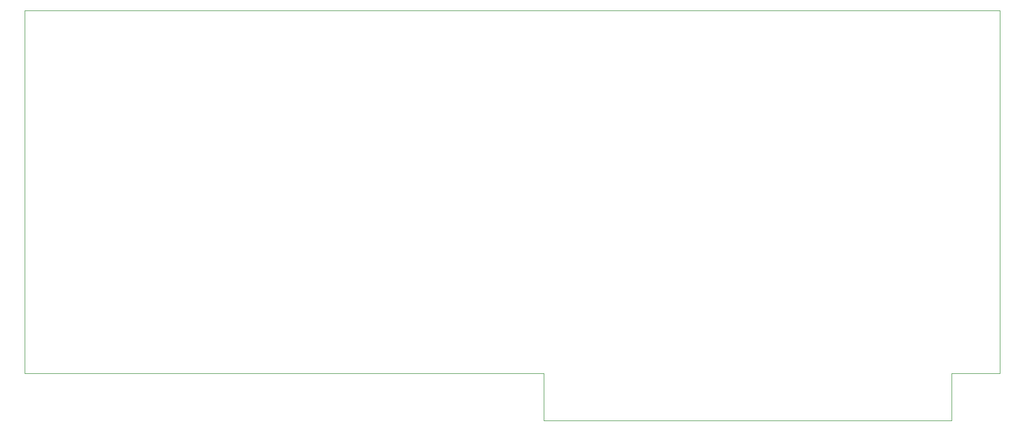
<source format=gbr>
G04 #@! TF.GenerationSoftware,KiCad,Pcbnew,8.99.0-unknown-5c22162d85~178~ubuntu22.04.1*
G04 #@! TF.CreationDate,2024-07-16T15:48:17+01:00*
G04 #@! TF.ProjectId,Leguino,4c656775-696e-46f2-9e6b-696361645f70,1.0.1*
G04 #@! TF.SameCoordinates,Original*
G04 #@! TF.FileFunction,Profile,NP*
%FSLAX46Y46*%
G04 Gerber Fmt 4.6, Leading zero omitted, Abs format (unit mm)*
G04 Created by KiCad (PCBNEW 8.99.0-unknown-5c22162d85~178~ubuntu22.04.1) date 2024-07-16 15:48:17*
%MOMM*%
%LPD*%
G01*
G04 APERTURE LIST*
G04 #@! TA.AperFunction,Profile*
%ADD10C,0.050000*%
G04 #@! TD*
G04 APERTURE END LIST*
D10*
X84000000Y-66000000D02*
X84000000Y-124587000D01*
X241300000Y-124587000D02*
X241300000Y-66000000D01*
X167767000Y-124587000D02*
X84000000Y-124587000D01*
X167767000Y-132207000D02*
X233500000Y-132207000D01*
X233500000Y-132207000D02*
X233553000Y-124587000D01*
X241300000Y-66000000D02*
X84000000Y-66000000D01*
X233553000Y-124587000D02*
X241300000Y-124587000D01*
X167767000Y-132207000D02*
X167767000Y-124587000D01*
M02*

</source>
